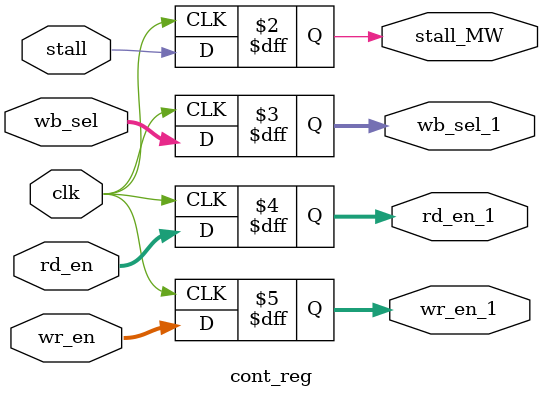
<source format=sv>

module controller(inst, rg_wr, alu_op, sel_A, sel_B, br_type, rd_en, wr_en, wb_sel);
	input  logic [31:0] inst;
	output logic        rg_wr, sel_A, sel_B;
	output logic [1:0]  wb_sel;
	output logic [2:0]  rd_en, wr_en, br_type;
	output logic [3:0]  alu_op;
	
	logic [6:0] opcode;
	logic [2:0] func3;
	logic [6:0] func7;
	
	always_comb
	begin
		opcode = inst[6 : 0];
		func3  = inst[14:12];
		func7  = inst[31:25];
	end
	
	always_comb
	begin
		if (opcode == 7'b0110011) //R-Type
		begin
			br_type = 3'b000;  // pc+4
			sel_A   = 1; 		// A = rdata1
			sel_B   = 0; 		// B = rdata2
			wb_sel  = 1; 		// wdata = ALu_out
			rg_wr   = 1; 		// reg_mem[rd] = wdata
			if (func3 == 3'b000)// Arthimetic operation
			begin
			case (func7)
				7'b0000000 : alu_op = 4'b0001; //ADD 
				7'b0100000 : alu_op = 4'b0010; //SUB 
			endcase
			end
			
			if (func7 == 7'b0000000)// Logical operation
			begin
			case (func3)
				3'b100 : alu_op = 4'b0011; //XOR
				3'b110 : alu_op = 4'b0100; //OR
				3'b111 : alu_op = 4'b0101; //AND
			endcase
			end
			
			if (func7 == 7'b0000000)// Compare operation
			begin
			case (func3)
				3'b010 : alu_op = 4'b0110;//SLT
				3'b011 : alu_op = 4'b0111;//SLTU
			endcase
			end
				
			if (func3 == 3'b101)// Shift operation
			begin
			case (func7)
				7'b0000000 : alu_op = 4'b1000; //SRL
				7'b0100000 : alu_op = 4'b1001; //SRA
			endcase
			end

			if (func3 == 3'b001)// Shift operation
			begin
				alu_op = 4'b1010; //SLL
			end
	    end
			
		if (opcode == 7'b0010011) //I-Type
		begin
			br_type = 3'b000;  // pc+4
			sel_A   = 1; 		// A = rdata1
			sel_B   = 1; 		// B = I-imm
			wb_sel  = 1; 		// wdata = ALu_out
			rg_wr   = 1; 		// reg_mem[rd] = wdata
			case (func3)
				3'b000 : alu_op = 4'b0001; //ADDi
				3'b100 : alu_op = 4'b0011; //XORi
				3'b110 : alu_op = 4'b0100; //ORi
				3'b111 : alu_op = 4'b0101; //ANDi
				3'b010 : alu_op = 4'b1000; //SLTi
				3'b001 : alu_op = 4'b1010; //SLLi
				3'b101 : alu_op = 4'b1000; //SRLi
				3'b011 : alu_op = 4'b1001; //SRAi
			endcase
		end
		
		if (opcode == 7'b0000011) //I-Type load
		begin
			br_type = 3'b000;	// pc+4
			sel_A   = 1; 		// A = rdata1
			sel_B   = 1; 		// B = I-imm
			wb_sel  = 2; 		// wdata = data_mem[rd1 + I-imm] = rdata
			rg_wr   = 1; 		// reg_mem[rd] = wdata
			wr_en   = 0;
			alu_op  = 4'b0001; //ADDi  ALu_out = rd1 + I-imm
			case(func3)
			    3'b000 : rd_en = 3'b001; //for LB
				3'b100 : rd_en = 3'b010; //for LBU
				3'b001 : rd_en = 3'b011; //for LH
				3'b101 : rd_en = 3'b100; //for LHU
				3'b010 : rd_en = 3'b101; //for LW
		    endcase
		end
		
		if (opcode == 7'b0100011) //S-Type
		begin
			br_type = 3'b000; 	// pc+4
			sel_A   = 1; 		// A = rdata1
			sel_B   = 1; 		// B = I-imm
			rg_wr   = 0;
			rd_en   = 0;
			alu_op  = 4'b0001; //ADDi  Alu_out = rd1 + S-imm
			case(func3)
		        3'b000 : wr_en = 3'b001; //for SB
			    3'b001 : wr_en = 3'b010; //for SH
			    3'b010 : wr_en = 3'b011; //for SW
			endcase
		end
		
		if (opcode == 7'b1100011)  //B-Type
		begin
			sel_A  = 0;       // A = pc
			sel_B  = 1;       // B = B-Imm
			rg_wr  = 0;
			alu_op = 4'b0001;  //ADD  ALu_out = B-Imm + pc
	        case(func3)
		        3'b000 : br_type = 3'b001; //for BEQ
			    3'b001 : br_type = 3'b010; //for BNE
				3'b101 : br_type = 3'b100; //for BGE
			    3'b100 : br_type = 3'b011; //for BLT
				3'b111 : br_type = 3'b110; //for BGEU
				3'b110 : br_type = 3'b101; //for BLTU
			endcase
	    end
		
		if (opcode == 7'b0110111) // U-Type LUI instruction
        begin
	        br_type = 3'b000;	// pc+4
			sel_B   = 1; 		// B = U-imm
			wb_sel  = 1; 		// wdata = ALu_out
			rg_wr   = 1; 		// reg_mem[rd] = wdata
			alu_op = 4'b1011;  // ALu_out = U-Imm
    	end
		
		if (opcode == 7'b0010111) // U-Type AUIPC instruction
        begin
	        br_type = 3'b000;	// pc+4
			sel_A   = 0; 		// A = pc
			sel_B   = 1; 		// B = U-imm
			wb_sel  = 1; 		// wdata = ALu_out
			rg_wr   = 1; 		// reg_mem[rd] wdata
			alu_op  = 4'b0001; // ALu_out = pc + U-Imm
    	end
		
		if (opcode == 7'b1101111) // J-Type JAL instruction
        begin
	        wb_sel  = 0;       // wdata = pc+4
			rg_wr   = 1;       // reg_mem[rd] = wdata
			sel_A   = 0;       // A = pc
			sel_B   = 1;       // B = J-imm
			alu_op  = 4'b0001; // ALu_out = pc + J-Imm
			br_type = 3'b111;  // can not make it zero because pc = pc + J-Imm
    	end
		
		if (opcode == 7'b1100111) // J-Type JALR instruction
        begin
	        wb_sel  = 0;       // wdata = pc+4
			rg_wr   = 1;       // reg_mem[rd] = wdata
			sel_A   = 1;       // A = rdata1
			sel_B   = 1;       // B = J-imm
			alu_op  = 4'b0001; // ALu_out = rdata1 + J-Imm
			br_type = 3'b111;  // can not make it zero because pc = rdata1 + J-Imm
    	end
		
	end
	
endmodule


// control register for memory and writeback stage
module cont_reg(clk, stall, wb_sel, rd_en, wr_en, wb_sel_1, rd_en_1, wr_en_1, stall_MW);
	input  logic       clk, stall;
	input  logic [1:0] wb_sel;
	input  logic [2:0] rd_en, wr_en;
	output logic       stall_MW;
	output logic [1:0] wb_sel_1;
	output logic [2:0] rd_en_1, wr_en_1;
		
	always_ff@(posedge clk)
	begin
		wb_sel_1 <= wb_sel;
		rd_en_1  <= rd_en;
		wr_en_1  <= wr_en;
		stall_MW <= stall;
	end

endmodule
</source>
